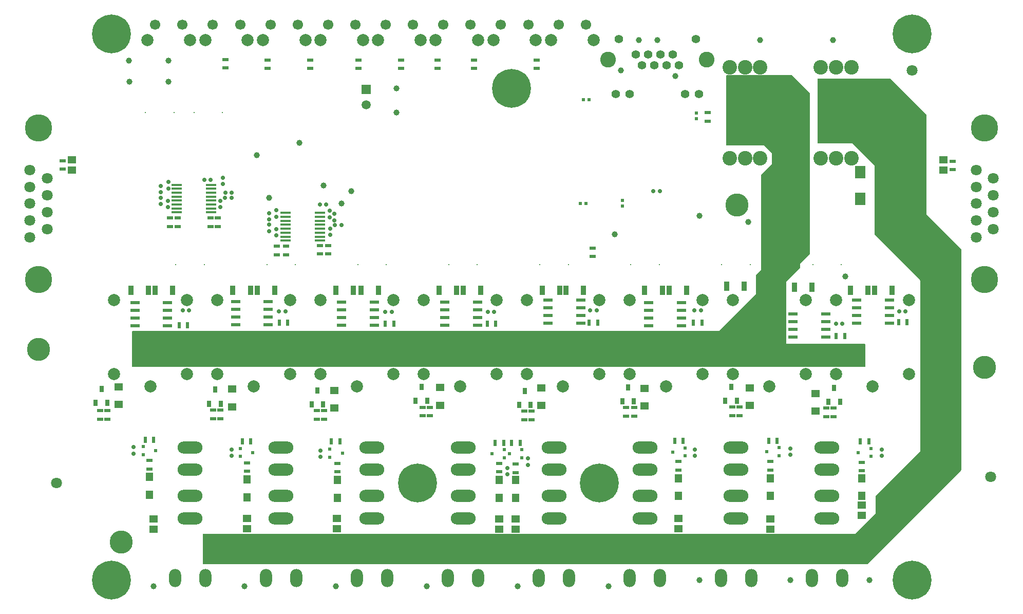
<source format=gbr>
%TF.GenerationSoftware,Altium Limited,Altium Designer,23.11.1 (41)*%
G04 Layer_Color=16711935*
%FSLAX45Y45*%
%MOMM*%
%TF.SameCoordinates,42F4153E-1698-40C0-8701-72EE62771F10*%
%TF.FilePolarity,Negative*%
%TF.FileFunction,Soldermask,Bot*%
%TF.Part,Single*%
G01*
G75*
%TA.AperFunction,SMDPad,CuDef*%
%ADD12R,0.60000X1.00000*%
%ADD14R,0.58000X0.55000*%
%ADD17R,1.00000X0.60000*%
G04:AMPARAMS|DCode=24|XSize=0.63mm|YSize=0.61mm|CornerRadius=0.14945mm|HoleSize=0mm|Usage=FLASHONLY|Rotation=0.000|XOffset=0mm|YOffset=0mm|HoleType=Round|Shape=RoundedRectangle|*
%AMROUNDEDRECTD24*
21,1,0.63000,0.31110,0,0,0.0*
21,1,0.33110,0.61000,0,0,0.0*
1,1,0.29890,0.16555,-0.15555*
1,1,0.29890,-0.16555,-0.15555*
1,1,0.29890,-0.16555,0.15555*
1,1,0.29890,0.16555,0.15555*
%
%ADD24ROUNDEDRECTD24*%
%ADD28R,0.55000X0.58000*%
G04:AMPARAMS|DCode=29|XSize=0.63mm|YSize=0.61mm|CornerRadius=0.14945mm|HoleSize=0mm|Usage=FLASHONLY|Rotation=270.000|XOffset=0mm|YOffset=0mm|HoleType=Round|Shape=RoundedRectangle|*
%AMROUNDEDRECTD29*
21,1,0.63000,0.31110,0,0,270.0*
21,1,0.33110,0.61000,0,0,270.0*
1,1,0.29890,-0.15555,-0.16555*
1,1,0.29890,-0.15555,0.16555*
1,1,0.29890,0.15555,0.16555*
1,1,0.29890,0.15555,-0.16555*
%
%ADD29ROUNDEDRECTD29*%
%ADD30R,0.58000X0.50000*%
%ADD45R,0.90000X1.60000*%
%TA.AperFunction,ViaPad*%
%ADD74C,3.80000*%
%TA.AperFunction,ComponentPad*%
%ADD75C,2.00000*%
%ADD76C,4.50000*%
%ADD77C,1.80000*%
%ADD78R,1.50000X1.50000*%
%ADD79C,1.50000*%
%ADD80C,2.60000*%
%ADD81C,1.40000*%
%ADD83C,1.70000*%
%ADD84O,2.00000X3.00000*%
%ADD85O,4.10000X2.00000*%
%TA.AperFunction,SMDPad,CuDef*%
%ADD88R,1.80000X2.10000*%
%ADD89C,1.00000*%
%ADD92R,1.40000X1.20000*%
%ADD93R,1.65543X0.38077*%
%ADD94R,1.60000X0.61000*%
%ADD95R,1.40000X1.30000*%
%ADD96R,0.80000X1.00000*%
%ADD97R,1.20000X1.35000*%
%TA.AperFunction,FiducialPad,Global*%
%ADD108C,1.80000*%
%TA.AperFunction,ComponentPad*%
%ADD110C,0.20000*%
%ADD111C,6.40000*%
%ADD112C,2.40000*%
G36*
X13110570Y8819984D02*
X13111140Y8819956D01*
X13111224Y8819941D01*
X13111308Y8819935D01*
X13111868Y8819824D01*
X13112428Y8819722D01*
X13112509Y8819697D01*
X13112595Y8819680D01*
X13113139Y8819494D01*
X13113678Y8819322D01*
X13113754Y8819286D01*
X13113835Y8819258D01*
X13114342Y8819009D01*
X13114864Y8818762D01*
X13114935Y8818715D01*
X13115012Y8818679D01*
X13115483Y8818363D01*
X13115965Y8818052D01*
X13116029Y8817998D01*
X13116101Y8817950D01*
X13116531Y8817572D01*
X13116965Y8817205D01*
X13416965Y8527205D01*
X13417023Y8527141D01*
X13417085Y8527086D01*
X13417461Y8526659D01*
X13417847Y8526234D01*
X13417894Y8526165D01*
X13417950Y8526101D01*
X13418268Y8525626D01*
X13418593Y8525157D01*
X13418633Y8525081D01*
X13418678Y8525011D01*
X13418930Y8524502D01*
X13419193Y8523991D01*
X13419221Y8523911D01*
X13419260Y8523835D01*
X13419443Y8523292D01*
X13419635Y8522757D01*
X13419652Y8522675D01*
X13419679Y8522594D01*
X13419791Y8522036D01*
X13419913Y8521476D01*
X13419919Y8521390D01*
X13419936Y8521308D01*
X13419974Y8520742D01*
X13420020Y8520170D01*
X13420016Y8520085D01*
X13420021Y8520000D01*
Y5880000D01*
X13419936Y5878692D01*
X13419679Y5877406D01*
X13419260Y5876165D01*
X13418678Y5874989D01*
X13417950Y5873899D01*
X13417085Y5872914D01*
X13255022Y5710849D01*
Y5645000D01*
X13254935Y5643692D01*
X13254680Y5642406D01*
X13254259Y5641165D01*
X13253679Y5639989D01*
X13252950Y5638899D01*
X13252086Y5637914D01*
X13030022Y5415849D01*
Y4390021D01*
X14320000D01*
X14321307Y4389935D01*
X14322594Y4389680D01*
X14323836Y4389258D01*
X14325011Y4388679D01*
X14326102Y4387950D01*
X14327086Y4387086D01*
X14327951Y4386100D01*
X14328679Y4385011D01*
X14329259Y4383835D01*
X14329680Y4382593D01*
X14329936Y4381308D01*
X14330022Y4380000D01*
Y4020000D01*
X14329936Y4018692D01*
X14329680Y4017406D01*
X14329259Y4016165D01*
X14328679Y4014989D01*
X14327951Y4013900D01*
X14327086Y4012914D01*
X14326102Y4012050D01*
X14325011Y4011321D01*
X14323836Y4010742D01*
X14322594Y4010320D01*
X14321307Y4010065D01*
X14320000Y4009979D01*
X2250000D01*
X2248692Y4010065D01*
X2247406Y4010320D01*
X2246165Y4010742D01*
X2244989Y4011321D01*
X2243899Y4012050D01*
X2242914Y4012914D01*
X2242050Y4013900D01*
X2241321Y4014989D01*
X2240742Y4016165D01*
X2240320Y4017406D01*
X2240065Y4018692D01*
X2239979Y4020000D01*
Y4590000D01*
X2240065Y4591308D01*
X2240320Y4592594D01*
X2240742Y4593835D01*
X2241321Y4595011D01*
X2242050Y4596101D01*
X2242914Y4597086D01*
X2243899Y4597950D01*
X2244989Y4598679D01*
X2246165Y4599259D01*
X2247406Y4599680D01*
X2248692Y4599935D01*
X2250000Y4600021D01*
X11915849D01*
X12529979Y5214151D01*
Y5520000D01*
X12530065Y5521308D01*
X12530320Y5522593D01*
X12530742Y5523835D01*
X12531321Y5525011D01*
X12532050Y5526100D01*
X12532914Y5527086D01*
X12609979Y5604151D01*
Y7170000D01*
X12610065Y7171308D01*
X12610320Y7172593D01*
X12610742Y7173835D01*
X12611321Y7175011D01*
X12612050Y7176100D01*
X12612914Y7177086D01*
X12789979Y7354151D01*
Y7535849D01*
X12665849Y7659979D01*
X12050000D01*
X12048692Y7660064D01*
X12047407Y7660320D01*
X12046165Y7660741D01*
X12044990Y7661321D01*
X12043900Y7662049D01*
X12042914Y7662914D01*
X12042050Y7663899D01*
X12041322Y7664989D01*
X12040742Y7666165D01*
X12040320Y7667406D01*
X12040065Y7668692D01*
X12039979Y7670000D01*
Y8810000D01*
X12040065Y8811308D01*
X12040320Y8812593D01*
X12040742Y8813835D01*
X12041322Y8815011D01*
X12042050Y8816100D01*
X12042914Y8817086D01*
X12043900Y8817950D01*
X12044990Y8818679D01*
X12046165Y8819258D01*
X12047407Y8819680D01*
X12048692Y8819935D01*
X12050000Y8820021D01*
X13110001D01*
X13110570Y8819984D01*
D02*
G37*
G36*
X14743608Y8760736D02*
X14744894Y8760480D01*
X14746135Y8760059D01*
X14747311Y8759479D01*
X14748401Y8758751D01*
X14749387Y8757886D01*
X15339386Y8167886D01*
X15340250Y8166901D01*
X15340979Y8165811D01*
X15341559Y8164635D01*
X15341980Y8163394D01*
X15342236Y8162108D01*
X15342320Y8160800D01*
Y6524951D01*
X15909386Y5957886D01*
X15910249Y5956901D01*
X15910979Y5955811D01*
X15911559Y5954635D01*
X15911665Y5954321D01*
X15911980Y5953394D01*
X15912234Y5952108D01*
X15912321Y5950800D01*
Y2310800D01*
X15912234Y2309492D01*
X15911980Y2308206D01*
X15911559Y2306965D01*
X15910979Y2305789D01*
X15910249Y2304699D01*
X15909386Y2303714D01*
X14369386Y763714D01*
X14368861Y763253D01*
X14368401Y762850D01*
X14367311Y762121D01*
X14366135Y761542D01*
X14364894Y761120D01*
X14363608Y760864D01*
X14362300Y760779D01*
X3422300D01*
X3420992Y760865D01*
X3419706Y761120D01*
X3418465Y761542D01*
X3417289Y762121D01*
X3416199Y762850D01*
X3415214Y763714D01*
X3414350Y764700D01*
X3413621Y765789D01*
X3413041Y766965D01*
X3412620Y768206D01*
X3412365Y769492D01*
X3412279Y770800D01*
Y1250800D01*
X3412365Y1252108D01*
X3412620Y1253394D01*
X3413041Y1254635D01*
X3413621Y1255811D01*
X3414350Y1256901D01*
X3415214Y1257886D01*
X3416199Y1258751D01*
X3417289Y1259479D01*
X3418465Y1260059D01*
X3419706Y1260480D01*
X3420992Y1260736D01*
X3422300Y1260821D01*
X14168149D01*
X14502280Y1594951D01*
Y1880800D01*
X14502364Y1882108D01*
X14502620Y1883394D01*
X14503041Y1884635D01*
X14503621Y1885811D01*
X14504349Y1886901D01*
X14505214Y1887886D01*
X15242279Y2624951D01*
Y5436653D01*
X14485590Y6194233D01*
X14485172Y6194710D01*
X14484732Y6195212D01*
X14484727Y6195217D01*
X14484726Y6195220D01*
X14484338Y6195799D01*
X14484003Y6196302D01*
X14484003Y6196305D01*
X14483998Y6196310D01*
X14483641Y6197036D01*
X14483423Y6197478D01*
X14483421Y6197481D01*
X14483418Y6197486D01*
X14483212Y6198094D01*
X14483002Y6198719D01*
X14483000Y6198724D01*
X14482999Y6198728D01*
X14482835Y6199546D01*
X14482745Y6200004D01*
X14482745Y6200006D01*
X14482742Y6200013D01*
X14482692Y6200803D01*
X14482658Y6201312D01*
X14482280Y7326648D01*
X14118149Y7690779D01*
X13552299D01*
X13550992Y7690864D01*
X13549706Y7691120D01*
X13548465Y7691541D01*
X13547289Y7692121D01*
X13546199Y7692849D01*
X13545213Y7693714D01*
X13544350Y7694699D01*
X13543620Y7695789D01*
X13543040Y7696965D01*
X13542619Y7698206D01*
X13542365Y7699492D01*
X13542279Y7700800D01*
Y8750800D01*
X13542365Y8752108D01*
X13542619Y8753394D01*
X13543040Y8754635D01*
X13543620Y8755811D01*
X13544350Y8756901D01*
X13545213Y8757886D01*
X13546199Y8758751D01*
X13547289Y8759479D01*
X13548465Y8760059D01*
X13549706Y8760480D01*
X13550992Y8760736D01*
X13552299Y8760821D01*
X14742300D01*
X14743608Y8760736D01*
D02*
G37*
D12*
X15020000Y4750000D02*
D03*
X14880000D02*
D03*
X13989999Y4520000D02*
D03*
X13850000D02*
D03*
X11640000Y4740000D02*
D03*
X11500000D02*
D03*
X9920000D02*
D03*
X9780000D02*
D03*
X6560000Y4720000D02*
D03*
X6420000D02*
D03*
X4810000Y4740000D02*
D03*
X4670000D02*
D03*
X3160000Y4700000D02*
D03*
X3020000D02*
D03*
X14250000Y2780000D02*
D03*
X14389999D02*
D03*
X12740000Y2790000D02*
D03*
X12880000D02*
D03*
X11190000D02*
D03*
X11330000D02*
D03*
X8500000Y2760000D02*
D03*
X8640000D02*
D03*
X8230000D02*
D03*
X8370000D02*
D03*
X8240000Y4720000D02*
D03*
X8100000D02*
D03*
X5670000Y2780000D02*
D03*
X5530000D02*
D03*
X2600000Y2810000D02*
D03*
X2460000D02*
D03*
X4200000Y2780000D02*
D03*
X4060000D02*
D03*
D14*
X11550000Y8197500D02*
D03*
Y8102500D02*
D03*
X10325000Y6662500D02*
D03*
Y6757500D02*
D03*
D17*
X3780000Y8935000D02*
D03*
Y9075000D02*
D03*
X4475000Y8930000D02*
D03*
Y9070000D02*
D03*
X5180022Y8930002D02*
D03*
Y9070002D02*
D03*
X5980022Y8930002D02*
D03*
Y9070002D02*
D03*
X6680023Y8930002D02*
D03*
Y9070002D02*
D03*
X7280023Y8930002D02*
D03*
Y9070002D02*
D03*
X7880023Y8930002D02*
D03*
Y9070002D02*
D03*
X8910023Y8930002D02*
D03*
Y9070002D02*
D03*
X15770000Y7260000D02*
D03*
Y7400000D02*
D03*
X11730000Y8060000D02*
D03*
Y8200000D02*
D03*
X1100000Y7270000D02*
D03*
Y7410000D02*
D03*
X3535000Y6325001D02*
D03*
Y6465001D02*
D03*
X3655000Y6325001D02*
D03*
Y6465001D02*
D03*
X2865000Y6465000D02*
D03*
Y6325000D02*
D03*
X4780000Y5860000D02*
D03*
Y6000000D02*
D03*
X4630000D02*
D03*
Y5860000D02*
D03*
X5480000Y5870000D02*
D03*
Y6010000D02*
D03*
X5340000Y5870000D02*
D03*
Y6010000D02*
D03*
X9839999Y5970000D02*
D03*
Y5830000D02*
D03*
X13805000Y3190000D02*
D03*
Y3330000D02*
D03*
X13685001Y3190000D02*
D03*
Y3330000D02*
D03*
X14270000Y2300000D02*
D03*
Y2440000D02*
D03*
X12770000Y2310000D02*
D03*
Y2450000D02*
D03*
X12140000Y3210000D02*
D03*
Y3350000D02*
D03*
X12260000Y3210000D02*
D03*
Y3350000D02*
D03*
X11250000Y2310000D02*
D03*
Y2450000D02*
D03*
X10520000Y3200000D02*
D03*
Y3340000D02*
D03*
X10390000Y3200000D02*
D03*
Y3340000D02*
D03*
X8830000Y3140000D02*
D03*
Y3280000D02*
D03*
X8710000Y3140000D02*
D03*
Y3280000D02*
D03*
X8570000Y2270000D02*
D03*
Y2410000D02*
D03*
X8300000Y2280000D02*
D03*
Y2420000D02*
D03*
X7152500Y3205000D02*
D03*
Y3345000D02*
D03*
X7032500Y3205000D02*
D03*
Y3345000D02*
D03*
X5410000Y3150000D02*
D03*
Y3290000D02*
D03*
X5290000Y3150000D02*
D03*
Y3290000D02*
D03*
X5630000Y2280000D02*
D03*
Y2420000D02*
D03*
X3700000Y3160000D02*
D03*
Y3300000D02*
D03*
X3580000Y3160000D02*
D03*
Y3300000D02*
D03*
X1720000Y3150000D02*
D03*
Y3290000D02*
D03*
X1840000Y3150000D02*
D03*
Y3290000D02*
D03*
X4140000Y2290000D02*
D03*
Y2430000D02*
D03*
X2995000Y6325001D02*
D03*
Y6465001D02*
D03*
X2530000Y2470000D02*
D03*
Y2330000D02*
D03*
D24*
X3777500Y6795000D02*
D03*
X3882500D02*
D03*
X3782500Y6880000D02*
D03*
X3887500D02*
D03*
X3537500Y7095000D02*
D03*
X3432500D02*
D03*
X5442500Y6690000D02*
D03*
X5337500D02*
D03*
X5692500Y6345000D02*
D03*
X5587500D02*
D03*
X10837500Y6910000D02*
D03*
X10942500D02*
D03*
X13952499Y4720000D02*
D03*
X13847501D02*
D03*
X11622500Y4940000D02*
D03*
X11517500D02*
D03*
X9902500D02*
D03*
X9797500D02*
D03*
X6522500Y4920000D02*
D03*
X6417500D02*
D03*
X4772500Y4930000D02*
D03*
X4667500D02*
D03*
X3185000Y4940000D02*
D03*
X3080000D02*
D03*
X8212500Y4920000D02*
D03*
X8107500D02*
D03*
X14887500Y4930000D02*
D03*
X14992500D02*
D03*
D28*
X9777500Y8410000D02*
D03*
X9682500D02*
D03*
X9632500Y6700000D02*
D03*
X9727500D02*
D03*
D29*
X3695000Y6747500D02*
D03*
Y6642500D02*
D03*
X3740000Y7022500D02*
D03*
Y7127500D02*
D03*
X2845000Y6952500D02*
D03*
Y7057500D02*
D03*
X2720000Y6887500D02*
D03*
Y6992500D02*
D03*
X2715000Y6797500D02*
D03*
Y6692500D02*
D03*
X2835000Y6747500D02*
D03*
Y6642500D02*
D03*
X5500000Y6582501D02*
D03*
Y6477500D02*
D03*
X5580000Y6532501D02*
D03*
Y6427500D02*
D03*
X5510000Y6292500D02*
D03*
Y6187500D02*
D03*
X4620000Y6592501D02*
D03*
Y6487500D02*
D03*
X4500000Y6542500D02*
D03*
Y6437500D02*
D03*
X4505000Y6247500D02*
D03*
Y6352500D02*
D03*
X4620000Y6177500D02*
D03*
Y6282500D02*
D03*
X14600000Y2647500D02*
D03*
Y2542500D02*
D03*
X13095000Y2667500D02*
D03*
Y2562500D02*
D03*
X11525000Y2647500D02*
D03*
Y2542500D02*
D03*
X8770000Y2397500D02*
D03*
Y2502500D02*
D03*
X8430000Y2239999D02*
D03*
Y2345000D02*
D03*
X5346982Y2527593D02*
D03*
Y2632594D02*
D03*
X2265000Y2582500D02*
D03*
Y2687500D02*
D03*
X3885000Y2542500D02*
D03*
Y2647500D02*
D03*
D30*
X14217999Y2600000D02*
D03*
X14422000Y2535000D02*
D03*
Y2665000D02*
D03*
X12706000Y2615000D02*
D03*
X12910001Y2550000D02*
D03*
Y2680000D02*
D03*
X11158000Y2610000D02*
D03*
X11362000Y2545000D02*
D03*
Y2675000D02*
D03*
X8468000Y2580000D02*
D03*
X8672000Y2515000D02*
D03*
Y2645000D02*
D03*
X8178000Y2580000D02*
D03*
X8382000Y2515000D02*
D03*
Y2645000D02*
D03*
X5710000Y2590000D02*
D03*
X5506000Y2655000D02*
D03*
Y2525000D02*
D03*
X2632000Y2630000D02*
D03*
X2428000Y2695000D02*
D03*
Y2565000D02*
D03*
X4232000Y2600000D02*
D03*
X4028000Y2665000D02*
D03*
Y2535000D02*
D03*
D45*
X14085001Y5270000D02*
D03*
X14375000D02*
D03*
X14774998D02*
D03*
X14485001D02*
D03*
X13455000Y5320000D02*
D03*
X13164999D02*
D03*
X12045001Y5340000D02*
D03*
X12335000D02*
D03*
X10985000Y5270000D02*
D03*
X10695000D02*
D03*
X11095000D02*
D03*
X11385000D02*
D03*
X9295000D02*
D03*
X9005001D02*
D03*
X9395000D02*
D03*
X9684999D02*
D03*
X7705000D02*
D03*
X7994999D02*
D03*
X7595000D02*
D03*
X7305000D02*
D03*
X5895000D02*
D03*
X5605000D02*
D03*
X6015000D02*
D03*
X6305000D02*
D03*
X4195000D02*
D03*
X3905001D02*
D03*
X4305000D02*
D03*
X4594999D02*
D03*
X2515000D02*
D03*
X2225001D02*
D03*
X2625000D02*
D03*
X2915000D02*
D03*
D74*
X2064883Y1127230D02*
D03*
X16300000Y4000000D02*
D03*
X12220000Y6680000D02*
D03*
X700000Y4300000D02*
D03*
D75*
X14450000Y3690000D02*
D03*
X13850000Y5110000D02*
D03*
X15050000D02*
D03*
X13850000Y3890000D02*
D03*
X15050000D02*
D03*
X12750000Y3690000D02*
D03*
X12150000Y5110000D02*
D03*
X13350000D02*
D03*
X12150000Y3890000D02*
D03*
X13350000D02*
D03*
X11050000Y3690000D02*
D03*
X10450000Y5110000D02*
D03*
X11650000D02*
D03*
X10450000Y3890000D02*
D03*
X11650000D02*
D03*
X9350000Y3690000D02*
D03*
X8750000Y5110000D02*
D03*
X9950000D02*
D03*
X8750000Y3890000D02*
D03*
X9950000D02*
D03*
X7650000Y3690000D02*
D03*
X7050000Y5110000D02*
D03*
X8250000D02*
D03*
X7050000Y3890000D02*
D03*
X8250000D02*
D03*
X5950000Y3690000D02*
D03*
X5350000Y5110000D02*
D03*
X6550000D02*
D03*
X5350000Y3890000D02*
D03*
X6550000D02*
D03*
X4250000Y3690000D02*
D03*
X3650000Y5110000D02*
D03*
X4850000D02*
D03*
X3650000Y3890000D02*
D03*
X4850000D02*
D03*
X2550000Y3690000D02*
D03*
X1950000Y5110000D02*
D03*
X3150000D02*
D03*
X1950000Y3890000D02*
D03*
X3150000D02*
D03*
X3200000Y9400000D02*
D03*
X2500000D02*
D03*
X4150000D02*
D03*
X3450000D02*
D03*
X5100000D02*
D03*
X4400000D02*
D03*
X6050000D02*
D03*
X5350000D02*
D03*
X7000000D02*
D03*
X6300000D02*
D03*
X7950000D02*
D03*
X7250000D02*
D03*
X8900000D02*
D03*
X8200000D02*
D03*
X9850000D02*
D03*
X9150000D02*
D03*
D76*
X16300000Y7950000D02*
D03*
Y5450000D02*
D03*
X700000Y7950000D02*
D03*
Y5450000D02*
D03*
D77*
X16158000Y7254000D02*
D03*
X16442000Y7115500D02*
D03*
X16158000Y6977000D02*
D03*
X16442000Y6838500D02*
D03*
X16158000Y6700000D02*
D03*
X16442000Y6561500D02*
D03*
X16158000Y6423000D02*
D03*
X16442000Y6284500D02*
D03*
X16158000Y6146000D02*
D03*
X558000Y7254000D02*
D03*
X842000Y7115500D02*
D03*
X558000Y6977000D02*
D03*
X842000Y6838500D02*
D03*
X558000Y6700000D02*
D03*
X842000Y6561500D02*
D03*
X558000Y6423000D02*
D03*
X842000Y6284500D02*
D03*
X558000Y6146000D02*
D03*
D78*
X6105000Y8582000D02*
D03*
D79*
Y8328000D02*
D03*
D80*
X10087000Y9074000D02*
D03*
X11713000D02*
D03*
D81*
X11586200Y8503000D02*
D03*
X11357200D02*
D03*
X10443200D02*
D03*
X10214200D02*
D03*
X11535000Y9417000D02*
D03*
X10265000D02*
D03*
X10646600Y8985200D02*
D03*
X10849800D02*
D03*
X11053000D02*
D03*
X11256200D02*
D03*
X11154600Y9163000D02*
D03*
X10951400D02*
D03*
X10748200D02*
D03*
X10545000D02*
D03*
D83*
X3075000Y9650000D02*
D03*
X2625000D02*
D03*
X4025000D02*
D03*
X3575000D02*
D03*
X4975000D02*
D03*
X4525000D02*
D03*
X5925000D02*
D03*
X5475000D02*
D03*
X6875000D02*
D03*
X6425000D02*
D03*
X7825000D02*
D03*
X7375000D02*
D03*
X8775000D02*
D03*
X8325000D02*
D03*
X9725000D02*
D03*
X9275000D02*
D03*
D84*
X2950000Y530000D02*
D03*
X3450000D02*
D03*
X4450000D02*
D03*
X4950000D02*
D03*
X5950000D02*
D03*
X6450000D02*
D03*
X7450000D02*
D03*
X7950000D02*
D03*
X8950000D02*
D03*
X9450000D02*
D03*
X10450000D02*
D03*
X10950000D02*
D03*
X11950000D02*
D03*
X12450000D02*
D03*
X13450000D02*
D03*
X13950000D02*
D03*
D85*
X6200000Y2685000D02*
D03*
Y2315000D02*
D03*
Y1885000D02*
D03*
Y1515000D02*
D03*
X10700000Y2685000D02*
D03*
Y2315000D02*
D03*
Y1885000D02*
D03*
Y1515000D02*
D03*
X13700000Y2685000D02*
D03*
Y2315000D02*
D03*
Y1885000D02*
D03*
Y1515000D02*
D03*
X3200000Y2685000D02*
D03*
Y2315000D02*
D03*
Y1885000D02*
D03*
Y1515000D02*
D03*
X7700000Y2685000D02*
D03*
Y2315000D02*
D03*
Y1885000D02*
D03*
Y1515000D02*
D03*
X12200000Y2685000D02*
D03*
Y2315000D02*
D03*
Y1885000D02*
D03*
Y1515000D02*
D03*
X4700000Y2685000D02*
D03*
Y2315000D02*
D03*
Y1885000D02*
D03*
Y1515000D02*
D03*
X9200000Y2685000D02*
D03*
Y2315000D02*
D03*
Y1885000D02*
D03*
Y1515000D02*
D03*
D88*
X14250000Y7220000D02*
D03*
Y6780000D02*
D03*
D89*
X14000000Y5500000D02*
D03*
X2844331Y8710988D02*
D03*
X2195684Y9056077D02*
D03*
X2198081Y8711788D02*
D03*
X2845000Y9056077D02*
D03*
X5854342Y6907405D02*
D03*
X5400000Y7000000D02*
D03*
X5700000Y6700000D02*
D03*
X4500000Y6800000D02*
D03*
X4300000Y7500000D02*
D03*
X5000000Y7700000D02*
D03*
X11600000Y6500000D02*
D03*
X12600000Y9400000D02*
D03*
X13800000D02*
D03*
X14400000Y500000D02*
D03*
X12400000Y6400000D02*
D03*
X6600000Y8600000D02*
D03*
Y8200000D02*
D03*
X10300000Y8900000D02*
D03*
X10600000Y9400000D02*
D03*
X11200000Y8800000D02*
D03*
X10900000Y9400000D02*
D03*
X10200000Y6200000D02*
D03*
X13100000Y500000D02*
D03*
X11600000D02*
D03*
X8600000Y400000D02*
D03*
X7100000D02*
D03*
X10100000D02*
D03*
X4100000D02*
D03*
X5600000D02*
D03*
X2600000D02*
D03*
D92*
X15620000Y7425000D02*
D03*
Y7255000D02*
D03*
X1250000Y7425000D02*
D03*
Y7255000D02*
D03*
X2600000Y1335000D02*
D03*
Y1505000D02*
D03*
X4140000Y1345000D02*
D03*
Y1515000D02*
D03*
X5620000Y1345000D02*
D03*
Y1515000D02*
D03*
X8570000Y1335000D02*
D03*
Y1505000D02*
D03*
X8300000Y1335000D02*
D03*
Y1505000D02*
D03*
X11250000Y1345000D02*
D03*
Y1515000D02*
D03*
X12770000Y1335000D02*
D03*
Y1505000D02*
D03*
X14270000Y1565000D02*
D03*
Y1735000D02*
D03*
D93*
X2982462Y6557501D02*
D03*
Y6622501D02*
D03*
Y6687501D02*
D03*
Y6752501D02*
D03*
Y6817501D02*
D03*
Y6882501D02*
D03*
Y6947501D02*
D03*
Y7012501D02*
D03*
X3547538D02*
D03*
Y6947501D02*
D03*
Y6882501D02*
D03*
Y6817501D02*
D03*
Y6752501D02*
D03*
Y6687501D02*
D03*
Y6622501D02*
D03*
Y6557501D02*
D03*
X4777462Y6092500D02*
D03*
Y6157500D02*
D03*
Y6222500D02*
D03*
Y6287500D02*
D03*
Y6352500D02*
D03*
Y6417500D02*
D03*
Y6482500D02*
D03*
Y6547500D02*
D03*
X5342539D02*
D03*
Y6482500D02*
D03*
Y6417500D02*
D03*
Y6352500D02*
D03*
Y6287500D02*
D03*
Y6222500D02*
D03*
Y6157500D02*
D03*
Y6092500D02*
D03*
D94*
X13680000Y4880500D02*
D03*
Y4753500D02*
D03*
Y4626500D02*
D03*
Y4499500D02*
D03*
X13139999Y4880500D02*
D03*
Y4753500D02*
D03*
Y4626500D02*
D03*
Y4499500D02*
D03*
X14730000Y5110500D02*
D03*
Y4983500D02*
D03*
Y4856500D02*
D03*
Y4729500D02*
D03*
X14189999Y5110500D02*
D03*
Y4983500D02*
D03*
Y4856500D02*
D03*
Y4729500D02*
D03*
X11300000Y5070500D02*
D03*
Y4943500D02*
D03*
Y4816500D02*
D03*
Y4689500D02*
D03*
X10760000Y5070500D02*
D03*
Y4943500D02*
D03*
Y4816500D02*
D03*
Y4689500D02*
D03*
X9640000Y5110500D02*
D03*
Y4983500D02*
D03*
Y4856500D02*
D03*
Y4729500D02*
D03*
X9100000Y5110500D02*
D03*
Y4983500D02*
D03*
Y4856500D02*
D03*
Y4729500D02*
D03*
X6240000Y5080500D02*
D03*
Y4953500D02*
D03*
Y4826500D02*
D03*
Y4699500D02*
D03*
X5700000Y5080500D02*
D03*
Y4953500D02*
D03*
Y4826500D02*
D03*
Y4699500D02*
D03*
X4490000Y5090500D02*
D03*
Y4963500D02*
D03*
Y4836500D02*
D03*
Y4709500D02*
D03*
X3950000Y5090500D02*
D03*
Y4963500D02*
D03*
Y4836500D02*
D03*
Y4709500D02*
D03*
X2830000Y5070500D02*
D03*
Y4943500D02*
D03*
Y4816500D02*
D03*
Y4689500D02*
D03*
X2290000Y5070500D02*
D03*
Y4943500D02*
D03*
Y4816500D02*
D03*
Y4689500D02*
D03*
X7940000Y5080500D02*
D03*
Y4953500D02*
D03*
Y4826500D02*
D03*
Y4699500D02*
D03*
X7400000Y5080500D02*
D03*
Y4953500D02*
D03*
Y4826500D02*
D03*
Y4699500D02*
D03*
D95*
X13510001Y3575000D02*
D03*
Y3285000D02*
D03*
X12430000Y3665000D02*
D03*
Y3375000D02*
D03*
X5580000Y3625000D02*
D03*
Y3335000D02*
D03*
X3890000Y3645000D02*
D03*
Y3355000D02*
D03*
X2020000Y3680000D02*
D03*
Y3390000D02*
D03*
X7322501Y3380000D02*
D03*
Y3670000D02*
D03*
X10690000Y3365000D02*
D03*
Y3655000D02*
D03*
X8990000Y3375000D02*
D03*
Y3665000D02*
D03*
D96*
X13820000Y3665000D02*
D03*
X13725000Y3435000D02*
D03*
X13914999D02*
D03*
X12120000Y3685000D02*
D03*
X12025000Y3455000D02*
D03*
X12215000D02*
D03*
X10420000Y3675000D02*
D03*
X10325000Y3445000D02*
D03*
X10515000D02*
D03*
X8720000Y3615000D02*
D03*
X8625000Y3385000D02*
D03*
X8815000D02*
D03*
X7015000Y3680000D02*
D03*
X6920000Y3450000D02*
D03*
X7110000D02*
D03*
X5300000Y3625000D02*
D03*
X5205000Y3395000D02*
D03*
X5395000D02*
D03*
X3610000Y3635000D02*
D03*
X3515000Y3405000D02*
D03*
X3705000D02*
D03*
X1740000Y3645000D02*
D03*
X1645000Y3415000D02*
D03*
X1835000D02*
D03*
D97*
X14270000Y1882500D02*
D03*
Y2177500D02*
D03*
X12770000Y1882500D02*
D03*
Y2177500D02*
D03*
X11250000Y1882500D02*
D03*
Y2177500D02*
D03*
X8570000Y1852500D02*
D03*
Y2147500D02*
D03*
X8300020Y1852504D02*
D03*
Y2147504D02*
D03*
X2530000Y1902500D02*
D03*
Y2197500D02*
D03*
X5630000Y1852500D02*
D03*
Y2147500D02*
D03*
X4140000Y1862500D02*
D03*
Y2157500D02*
D03*
D108*
X15100000Y8900000D02*
D03*
X1000000Y2100000D02*
D03*
X16400000Y2200000D02*
D03*
D110*
X7935000Y5700000D02*
D03*
X7465000D02*
D03*
X2935000Y8200000D02*
D03*
X2465000D02*
D03*
X3735000D02*
D03*
X3265000D02*
D03*
X13935001Y5700000D02*
D03*
X13464999D02*
D03*
X12435000D02*
D03*
X11965000D02*
D03*
X10935000D02*
D03*
X10465000D02*
D03*
X9435000D02*
D03*
X8965000D02*
D03*
X6435000D02*
D03*
X5965000D02*
D03*
X4935000D02*
D03*
X4465000D02*
D03*
X3435000D02*
D03*
X2965000D02*
D03*
D111*
X9950000Y2100000D02*
D03*
X6950000D02*
D03*
X1900000Y500000D02*
D03*
X8500000Y8600000D02*
D03*
X15100000Y500000D02*
D03*
X1900000Y9500000D02*
D03*
X15100000D02*
D03*
D112*
X12600000Y7450000D02*
D03*
X12350000D02*
D03*
X14100000D02*
D03*
X13850000D02*
D03*
X13600000D02*
D03*
X14100000Y8950000D02*
D03*
X13850000D02*
D03*
X13600000D02*
D03*
X12100000Y7450000D02*
D03*
X12600000Y8950000D02*
D03*
X12350000D02*
D03*
X12100000D02*
D03*
%TF.MD5,e49571fd75532a672156f471c8a39c48*%
M02*

</source>
